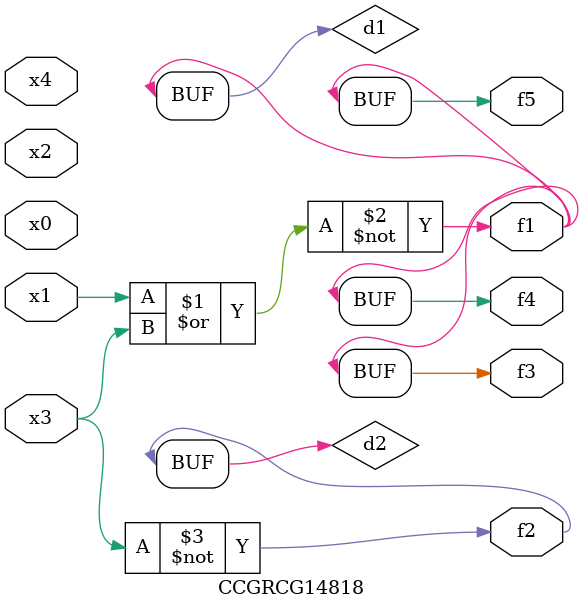
<source format=v>
module CCGRCG14818(
	input x0, x1, x2, x3, x4,
	output f1, f2, f3, f4, f5
);

	wire d1, d2;

	nor (d1, x1, x3);
	not (d2, x3);
	assign f1 = d1;
	assign f2 = d2;
	assign f3 = d1;
	assign f4 = d1;
	assign f5 = d1;
endmodule

</source>
